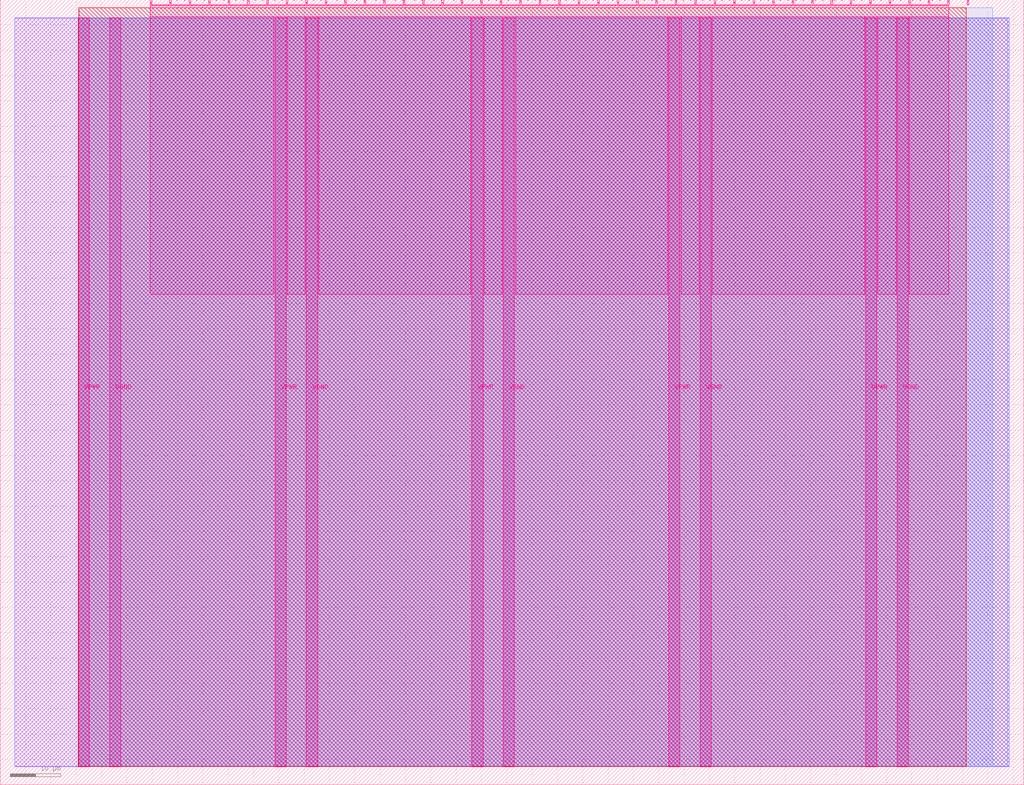
<source format=lef>
VERSION 5.7 ;
  NOWIREEXTENSIONATPIN ON ;
  DIVIDERCHAR "/" ;
  BUSBITCHARS "[]" ;
MACRO tt_um_abhinav8prasad_dds
  CLASS BLOCK ;
  FOREIGN tt_um_abhinav8prasad_dds ;
  ORIGIN 0.000 0.000 ;
  SIZE 202.080 BY 154.980 ;
  PIN VGND
    DIRECTION INOUT ;
    USE GROUND ;
    PORT
      LAYER Metal5 ;
        RECT 21.580 3.560 23.780 151.420 ;
    END
    PORT
      LAYER Metal5 ;
        RECT 60.450 3.560 62.650 151.420 ;
    END
    PORT
      LAYER Metal5 ;
        RECT 99.320 3.560 101.520 151.420 ;
    END
    PORT
      LAYER Metal5 ;
        RECT 138.190 3.560 140.390 151.420 ;
    END
    PORT
      LAYER Metal5 ;
        RECT 177.060 3.560 179.260 151.420 ;
    END
  END VGND
  PIN VPWR
    DIRECTION INOUT ;
    USE POWER ;
    PORT
      LAYER Metal5 ;
        RECT 15.380 3.560 17.580 151.420 ;
    END
    PORT
      LAYER Metal5 ;
        RECT 54.250 3.560 56.450 151.420 ;
    END
    PORT
      LAYER Metal5 ;
        RECT 93.120 3.560 95.320 151.420 ;
    END
    PORT
      LAYER Metal5 ;
        RECT 131.990 3.560 134.190 151.420 ;
    END
    PORT
      LAYER Metal5 ;
        RECT 170.860 3.560 173.060 151.420 ;
    END
  END VPWR
  PIN clk
    DIRECTION INPUT ;
    USE SIGNAL ;
    ANTENNAGATEAREA 0.213200 ;
    PORT
      LAYER Metal5 ;
        RECT 187.050 153.980 187.350 154.980 ;
    END
  END clk
  PIN ena
    DIRECTION INPUT ;
    USE SIGNAL ;
    PORT
      LAYER Metal5 ;
        RECT 190.890 153.980 191.190 154.980 ;
    END
  END ena
  PIN rst_n
    DIRECTION INPUT ;
    USE SIGNAL ;
    ANTENNAGATEAREA 0.180700 ;
    PORT
      LAYER Metal5 ;
        RECT 183.210 153.980 183.510 154.980 ;
    END
  END rst_n
  PIN ui_in[0]
    DIRECTION INPUT ;
    USE SIGNAL ;
    ANTENNAGATEAREA 0.180700 ;
    PORT
      LAYER Metal5 ;
        RECT 179.370 153.980 179.670 154.980 ;
    END
  END ui_in[0]
  PIN ui_in[1]
    DIRECTION INPUT ;
    USE SIGNAL ;
    ANTENNAGATEAREA 0.180700 ;
    PORT
      LAYER Metal5 ;
        RECT 175.530 153.980 175.830 154.980 ;
    END
  END ui_in[1]
  PIN ui_in[2]
    DIRECTION INPUT ;
    USE SIGNAL ;
    ANTENNAGATEAREA 0.180700 ;
    PORT
      LAYER Metal5 ;
        RECT 171.690 153.980 171.990 154.980 ;
    END
  END ui_in[2]
  PIN ui_in[3]
    DIRECTION INPUT ;
    USE SIGNAL ;
    ANTENNAGATEAREA 0.180700 ;
    PORT
      LAYER Metal5 ;
        RECT 167.850 153.980 168.150 154.980 ;
    END
  END ui_in[3]
  PIN ui_in[4]
    DIRECTION INPUT ;
    USE SIGNAL ;
    ANTENNAGATEAREA 0.180700 ;
    PORT
      LAYER Metal5 ;
        RECT 164.010 153.980 164.310 154.980 ;
    END
  END ui_in[4]
  PIN ui_in[5]
    DIRECTION INPUT ;
    USE SIGNAL ;
    ANTENNAGATEAREA 0.180700 ;
    PORT
      LAYER Metal5 ;
        RECT 160.170 153.980 160.470 154.980 ;
    END
  END ui_in[5]
  PIN ui_in[6]
    DIRECTION INPUT ;
    USE SIGNAL ;
    ANTENNAGATEAREA 0.180700 ;
    PORT
      LAYER Metal5 ;
        RECT 156.330 153.980 156.630 154.980 ;
    END
  END ui_in[6]
  PIN ui_in[7]
    DIRECTION INPUT ;
    USE SIGNAL ;
    ANTENNAGATEAREA 0.180700 ;
    PORT
      LAYER Metal5 ;
        RECT 152.490 153.980 152.790 154.980 ;
    END
  END ui_in[7]
  PIN uio_in[0]
    DIRECTION INPUT ;
    USE SIGNAL ;
    ANTENNAGATEAREA 0.180700 ;
    PORT
      LAYER Metal5 ;
        RECT 148.650 153.980 148.950 154.980 ;
    END
  END uio_in[0]
  PIN uio_in[1]
    DIRECTION INPUT ;
    USE SIGNAL ;
    PORT
      LAYER Metal5 ;
        RECT 144.810 153.980 145.110 154.980 ;
    END
  END uio_in[1]
  PIN uio_in[2]
    DIRECTION INPUT ;
    USE SIGNAL ;
    PORT
      LAYER Metal5 ;
        RECT 140.970 153.980 141.270 154.980 ;
    END
  END uio_in[2]
  PIN uio_in[3]
    DIRECTION INPUT ;
    USE SIGNAL ;
    PORT
      LAYER Metal5 ;
        RECT 137.130 153.980 137.430 154.980 ;
    END
  END uio_in[3]
  PIN uio_in[4]
    DIRECTION INPUT ;
    USE SIGNAL ;
    PORT
      LAYER Metal5 ;
        RECT 133.290 153.980 133.590 154.980 ;
    END
  END uio_in[4]
  PIN uio_in[5]
    DIRECTION INPUT ;
    USE SIGNAL ;
    PORT
      LAYER Metal5 ;
        RECT 129.450 153.980 129.750 154.980 ;
    END
  END uio_in[5]
  PIN uio_in[6]
    DIRECTION INPUT ;
    USE SIGNAL ;
    PORT
      LAYER Metal5 ;
        RECT 125.610 153.980 125.910 154.980 ;
    END
  END uio_in[6]
  PIN uio_in[7]
    DIRECTION INPUT ;
    USE SIGNAL ;
    PORT
      LAYER Metal5 ;
        RECT 121.770 153.980 122.070 154.980 ;
    END
  END uio_in[7]
  PIN uio_oe[0]
    DIRECTION OUTPUT ;
    USE SIGNAL ;
    ANTENNADIFFAREA 0.299200 ;
    PORT
      LAYER Metal5 ;
        RECT 56.490 153.980 56.790 154.980 ;
    END
  END uio_oe[0]
  PIN uio_oe[1]
    DIRECTION OUTPUT ;
    USE SIGNAL ;
    ANTENNADIFFAREA 0.299200 ;
    PORT
      LAYER Metal5 ;
        RECT 52.650 153.980 52.950 154.980 ;
    END
  END uio_oe[1]
  PIN uio_oe[2]
    DIRECTION OUTPUT ;
    USE SIGNAL ;
    ANTENNADIFFAREA 0.299200 ;
    PORT
      LAYER Metal5 ;
        RECT 48.810 153.980 49.110 154.980 ;
    END
  END uio_oe[2]
  PIN uio_oe[3]
    DIRECTION OUTPUT ;
    USE SIGNAL ;
    ANTENNADIFFAREA 0.299200 ;
    PORT
      LAYER Metal5 ;
        RECT 44.970 153.980 45.270 154.980 ;
    END
  END uio_oe[3]
  PIN uio_oe[4]
    DIRECTION OUTPUT ;
    USE SIGNAL ;
    ANTENNADIFFAREA 0.299200 ;
    PORT
      LAYER Metal5 ;
        RECT 41.130 153.980 41.430 154.980 ;
    END
  END uio_oe[4]
  PIN uio_oe[5]
    DIRECTION OUTPUT ;
    USE SIGNAL ;
    ANTENNADIFFAREA 0.299200 ;
    PORT
      LAYER Metal5 ;
        RECT 37.290 153.980 37.590 154.980 ;
    END
  END uio_oe[5]
  PIN uio_oe[6]
    DIRECTION OUTPUT ;
    USE SIGNAL ;
    ANTENNADIFFAREA 0.299200 ;
    PORT
      LAYER Metal5 ;
        RECT 33.450 153.980 33.750 154.980 ;
    END
  END uio_oe[6]
  PIN uio_oe[7]
    DIRECTION OUTPUT ;
    USE SIGNAL ;
    ANTENNADIFFAREA 0.299200 ;
    PORT
      LAYER Metal5 ;
        RECT 29.610 153.980 29.910 154.980 ;
    END
  END uio_oe[7]
  PIN uio_out[0]
    DIRECTION OUTPUT ;
    USE SIGNAL ;
    ANTENNADIFFAREA 0.299200 ;
    PORT
      LAYER Metal5 ;
        RECT 87.210 153.980 87.510 154.980 ;
    END
  END uio_out[0]
  PIN uio_out[1]
    DIRECTION OUTPUT ;
    USE SIGNAL ;
    ANTENNADIFFAREA 0.299200 ;
    PORT
      LAYER Metal5 ;
        RECT 83.370 153.980 83.670 154.980 ;
    END
  END uio_out[1]
  PIN uio_out[2]
    DIRECTION OUTPUT ;
    USE SIGNAL ;
    ANTENNADIFFAREA 0.299200 ;
    PORT
      LAYER Metal5 ;
        RECT 79.530 153.980 79.830 154.980 ;
    END
  END uio_out[2]
  PIN uio_out[3]
    DIRECTION OUTPUT ;
    USE SIGNAL ;
    ANTENNADIFFAREA 0.299200 ;
    PORT
      LAYER Metal5 ;
        RECT 75.690 153.980 75.990 154.980 ;
    END
  END uio_out[3]
  PIN uio_out[4]
    DIRECTION OUTPUT ;
    USE SIGNAL ;
    ANTENNADIFFAREA 0.299200 ;
    PORT
      LAYER Metal5 ;
        RECT 71.850 153.980 72.150 154.980 ;
    END
  END uio_out[4]
  PIN uio_out[5]
    DIRECTION OUTPUT ;
    USE SIGNAL ;
    ANTENNADIFFAREA 0.299200 ;
    PORT
      LAYER Metal5 ;
        RECT 68.010 153.980 68.310 154.980 ;
    END
  END uio_out[5]
  PIN uio_out[6]
    DIRECTION OUTPUT ;
    USE SIGNAL ;
    ANTENNADIFFAREA 0.299200 ;
    PORT
      LAYER Metal5 ;
        RECT 64.170 153.980 64.470 154.980 ;
    END
  END uio_out[6]
  PIN uio_out[7]
    DIRECTION OUTPUT ;
    USE SIGNAL ;
    ANTENNADIFFAREA 0.299200 ;
    PORT
      LAYER Metal5 ;
        RECT 60.330 153.980 60.630 154.980 ;
    END
  END uio_out[7]
  PIN uo_out[0]
    DIRECTION OUTPUT ;
    USE SIGNAL ;
    ANTENNADIFFAREA 0.988000 ;
    PORT
      LAYER Metal5 ;
        RECT 117.930 153.980 118.230 154.980 ;
    END
  END uo_out[0]
  PIN uo_out[1]
    DIRECTION OUTPUT ;
    USE SIGNAL ;
    ANTENNADIFFAREA 0.988000 ;
    PORT
      LAYER Metal5 ;
        RECT 114.090 153.980 114.390 154.980 ;
    END
  END uo_out[1]
  PIN uo_out[2]
    DIRECTION OUTPUT ;
    USE SIGNAL ;
    ANTENNADIFFAREA 0.958400 ;
    PORT
      LAYER Metal5 ;
        RECT 110.250 153.980 110.550 154.980 ;
    END
  END uo_out[2]
  PIN uo_out[3]
    DIRECTION OUTPUT ;
    USE SIGNAL ;
    ANTENNADIFFAREA 0.988000 ;
    PORT
      LAYER Metal5 ;
        RECT 106.410 153.980 106.710 154.980 ;
    END
  END uo_out[3]
  PIN uo_out[4]
    DIRECTION OUTPUT ;
    USE SIGNAL ;
    ANTENNADIFFAREA 0.615900 ;
    PORT
      LAYER Metal5 ;
        RECT 102.570 153.980 102.870 154.980 ;
    END
  END uo_out[4]
  PIN uo_out[5]
    DIRECTION OUTPUT ;
    USE SIGNAL ;
    ANTENNADIFFAREA 0.662000 ;
    PORT
      LAYER Metal5 ;
        RECT 98.730 153.980 99.030 154.980 ;
    END
  END uo_out[5]
  PIN uo_out[6]
    DIRECTION OUTPUT ;
    USE SIGNAL ;
    ANTENNADIFFAREA 0.958400 ;
    PORT
      LAYER Metal5 ;
        RECT 94.890 153.980 95.190 154.980 ;
    END
  END uo_out[6]
  PIN uo_out[7]
    DIRECTION OUTPUT ;
    USE SIGNAL ;
    ANTENNADIFFAREA 0.649200 ;
    PORT
      LAYER Metal5 ;
        RECT 91.050 153.980 91.350 154.980 ;
    END
  END uo_out[7]
  OBS
      LAYER GatPoly ;
        RECT 2.880 3.630 199.200 151.350 ;
      LAYER Metal1 ;
        RECT 2.880 3.560 199.200 151.420 ;
      LAYER Metal2 ;
        RECT 15.515 3.680 198.865 151.300 ;
      LAYER Metal3 ;
        RECT 15.560 3.635 195.940 153.445 ;
      LAYER Metal4 ;
        RECT 15.515 3.680 190.705 153.400 ;
      LAYER Metal5 ;
        RECT 30.120 153.770 33.240 153.980 ;
        RECT 33.960 153.770 37.080 153.980 ;
        RECT 37.800 153.770 40.920 153.980 ;
        RECT 41.640 153.770 44.760 153.980 ;
        RECT 45.480 153.770 48.600 153.980 ;
        RECT 49.320 153.770 52.440 153.980 ;
        RECT 53.160 153.770 56.280 153.980 ;
        RECT 57.000 153.770 60.120 153.980 ;
        RECT 60.840 153.770 63.960 153.980 ;
        RECT 64.680 153.770 67.800 153.980 ;
        RECT 68.520 153.770 71.640 153.980 ;
        RECT 72.360 153.770 75.480 153.980 ;
        RECT 76.200 153.770 79.320 153.980 ;
        RECT 80.040 153.770 83.160 153.980 ;
        RECT 83.880 153.770 87.000 153.980 ;
        RECT 87.720 153.770 90.840 153.980 ;
        RECT 91.560 153.770 94.680 153.980 ;
        RECT 95.400 153.770 98.520 153.980 ;
        RECT 99.240 153.770 102.360 153.980 ;
        RECT 103.080 153.770 106.200 153.980 ;
        RECT 106.920 153.770 110.040 153.980 ;
        RECT 110.760 153.770 113.880 153.980 ;
        RECT 114.600 153.770 117.720 153.980 ;
        RECT 118.440 153.770 121.560 153.980 ;
        RECT 122.280 153.770 125.400 153.980 ;
        RECT 126.120 153.770 129.240 153.980 ;
        RECT 129.960 153.770 133.080 153.980 ;
        RECT 133.800 153.770 136.920 153.980 ;
        RECT 137.640 153.770 140.760 153.980 ;
        RECT 141.480 153.770 144.600 153.980 ;
        RECT 145.320 153.770 148.440 153.980 ;
        RECT 149.160 153.770 152.280 153.980 ;
        RECT 153.000 153.770 156.120 153.980 ;
        RECT 156.840 153.770 159.960 153.980 ;
        RECT 160.680 153.770 163.800 153.980 ;
        RECT 164.520 153.770 167.640 153.980 ;
        RECT 168.360 153.770 171.480 153.980 ;
        RECT 172.200 153.770 175.320 153.980 ;
        RECT 176.040 153.770 179.160 153.980 ;
        RECT 179.880 153.770 183.000 153.980 ;
        RECT 183.720 153.770 186.840 153.980 ;
        RECT 29.660 151.630 187.300 153.770 ;
        RECT 29.660 96.875 54.040 151.630 ;
        RECT 56.660 96.875 60.240 151.630 ;
        RECT 62.860 96.875 92.910 151.630 ;
        RECT 95.530 96.875 99.110 151.630 ;
        RECT 101.730 96.875 131.780 151.630 ;
        RECT 134.400 96.875 137.980 151.630 ;
        RECT 140.600 96.875 170.650 151.630 ;
        RECT 173.270 96.875 176.850 151.630 ;
        RECT 179.470 96.875 187.300 151.630 ;
  END
END tt_um_abhinav8prasad_dds
END LIBRARY


</source>
